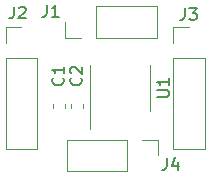
<source format=gbr>
%TF.GenerationSoftware,KiCad,Pcbnew,7.0.2-0*%
%TF.CreationDate,2024-02-15T18:07:51+00:00*%
%TF.ProjectId,rotor_test,726f746f-725f-4746-9573-742e6b696361,rev?*%
%TF.SameCoordinates,Original*%
%TF.FileFunction,Legend,Top*%
%TF.FilePolarity,Positive*%
%FSLAX46Y46*%
G04 Gerber Fmt 4.6, Leading zero omitted, Abs format (unit mm)*
G04 Created by KiCad (PCBNEW 7.0.2-0) date 2024-02-15 18:07:51*
%MOMM*%
%LPD*%
G01*
G04 APERTURE LIST*
%ADD10C,0.150000*%
%ADD11C,0.120000*%
G04 APERTURE END LIST*
D10*
%TO.C,C2*%
X65264380Y-53506666D02*
X65312000Y-53554285D01*
X65312000Y-53554285D02*
X65359619Y-53697142D01*
X65359619Y-53697142D02*
X65359619Y-53792380D01*
X65359619Y-53792380D02*
X65312000Y-53935237D01*
X65312000Y-53935237D02*
X65216761Y-54030475D01*
X65216761Y-54030475D02*
X65121523Y-54078094D01*
X65121523Y-54078094D02*
X64931047Y-54125713D01*
X64931047Y-54125713D02*
X64788190Y-54125713D01*
X64788190Y-54125713D02*
X64597714Y-54078094D01*
X64597714Y-54078094D02*
X64502476Y-54030475D01*
X64502476Y-54030475D02*
X64407238Y-53935237D01*
X64407238Y-53935237D02*
X64359619Y-53792380D01*
X64359619Y-53792380D02*
X64359619Y-53697142D01*
X64359619Y-53697142D02*
X64407238Y-53554285D01*
X64407238Y-53554285D02*
X64454857Y-53506666D01*
X64454857Y-53125713D02*
X64407238Y-53078094D01*
X64407238Y-53078094D02*
X64359619Y-52982856D01*
X64359619Y-52982856D02*
X64359619Y-52744761D01*
X64359619Y-52744761D02*
X64407238Y-52649523D01*
X64407238Y-52649523D02*
X64454857Y-52601904D01*
X64454857Y-52601904D02*
X64550095Y-52554285D01*
X64550095Y-52554285D02*
X64645333Y-52554285D01*
X64645333Y-52554285D02*
X64788190Y-52601904D01*
X64788190Y-52601904D02*
X65359619Y-53173332D01*
X65359619Y-53173332D02*
X65359619Y-52554285D01*
%TO.C,C1*%
X63740380Y-53506666D02*
X63788000Y-53554285D01*
X63788000Y-53554285D02*
X63835619Y-53697142D01*
X63835619Y-53697142D02*
X63835619Y-53792380D01*
X63835619Y-53792380D02*
X63788000Y-53935237D01*
X63788000Y-53935237D02*
X63692761Y-54030475D01*
X63692761Y-54030475D02*
X63597523Y-54078094D01*
X63597523Y-54078094D02*
X63407047Y-54125713D01*
X63407047Y-54125713D02*
X63264190Y-54125713D01*
X63264190Y-54125713D02*
X63073714Y-54078094D01*
X63073714Y-54078094D02*
X62978476Y-54030475D01*
X62978476Y-54030475D02*
X62883238Y-53935237D01*
X62883238Y-53935237D02*
X62835619Y-53792380D01*
X62835619Y-53792380D02*
X62835619Y-53697142D01*
X62835619Y-53697142D02*
X62883238Y-53554285D01*
X62883238Y-53554285D02*
X62930857Y-53506666D01*
X63835619Y-52554285D02*
X63835619Y-53125713D01*
X63835619Y-52839999D02*
X62835619Y-52839999D01*
X62835619Y-52839999D02*
X62978476Y-52935237D01*
X62978476Y-52935237D02*
X63073714Y-53030475D01*
X63073714Y-53030475D02*
X63121333Y-53125713D01*
%TO.C,J4*%
X72564666Y-60295619D02*
X72564666Y-61009904D01*
X72564666Y-61009904D02*
X72517047Y-61152761D01*
X72517047Y-61152761D02*
X72421809Y-61248000D01*
X72421809Y-61248000D02*
X72278952Y-61295619D01*
X72278952Y-61295619D02*
X72183714Y-61295619D01*
X73469428Y-60628952D02*
X73469428Y-61295619D01*
X73231333Y-60248000D02*
X72993238Y-60962285D01*
X72993238Y-60962285D02*
X73612285Y-60962285D01*
%TO.C,U1*%
X71725619Y-55117904D02*
X72535142Y-55117904D01*
X72535142Y-55117904D02*
X72630380Y-55070285D01*
X72630380Y-55070285D02*
X72678000Y-55022666D01*
X72678000Y-55022666D02*
X72725619Y-54927428D01*
X72725619Y-54927428D02*
X72725619Y-54736952D01*
X72725619Y-54736952D02*
X72678000Y-54641714D01*
X72678000Y-54641714D02*
X72630380Y-54594095D01*
X72630380Y-54594095D02*
X72535142Y-54546476D01*
X72535142Y-54546476D02*
X71725619Y-54546476D01*
X72725619Y-53546476D02*
X72725619Y-54117904D01*
X72725619Y-53832190D02*
X71725619Y-53832190D01*
X71725619Y-53832190D02*
X71868476Y-53927428D01*
X71868476Y-53927428D02*
X71963714Y-54022666D01*
X71963714Y-54022666D02*
X72011333Y-54117904D01*
%TO.C,J3*%
X74088666Y-47595619D02*
X74088666Y-48309904D01*
X74088666Y-48309904D02*
X74041047Y-48452761D01*
X74041047Y-48452761D02*
X73945809Y-48548000D01*
X73945809Y-48548000D02*
X73802952Y-48595619D01*
X73802952Y-48595619D02*
X73707714Y-48595619D01*
X74469619Y-47595619D02*
X75088666Y-47595619D01*
X75088666Y-47595619D02*
X74755333Y-47976571D01*
X74755333Y-47976571D02*
X74898190Y-47976571D01*
X74898190Y-47976571D02*
X74993428Y-48024190D01*
X74993428Y-48024190D02*
X75041047Y-48071809D01*
X75041047Y-48071809D02*
X75088666Y-48167047D01*
X75088666Y-48167047D02*
X75088666Y-48405142D01*
X75088666Y-48405142D02*
X75041047Y-48500380D01*
X75041047Y-48500380D02*
X74993428Y-48548000D01*
X74993428Y-48548000D02*
X74898190Y-48595619D01*
X74898190Y-48595619D02*
X74612476Y-48595619D01*
X74612476Y-48595619D02*
X74517238Y-48548000D01*
X74517238Y-48548000D02*
X74469619Y-48500380D01*
%TO.C,J2*%
X59610666Y-47468619D02*
X59610666Y-48182904D01*
X59610666Y-48182904D02*
X59563047Y-48325761D01*
X59563047Y-48325761D02*
X59467809Y-48421000D01*
X59467809Y-48421000D02*
X59324952Y-48468619D01*
X59324952Y-48468619D02*
X59229714Y-48468619D01*
X60039238Y-47563857D02*
X60086857Y-47516238D01*
X60086857Y-47516238D02*
X60182095Y-47468619D01*
X60182095Y-47468619D02*
X60420190Y-47468619D01*
X60420190Y-47468619D02*
X60515428Y-47516238D01*
X60515428Y-47516238D02*
X60563047Y-47563857D01*
X60563047Y-47563857D02*
X60610666Y-47659095D01*
X60610666Y-47659095D02*
X60610666Y-47754333D01*
X60610666Y-47754333D02*
X60563047Y-47897190D01*
X60563047Y-47897190D02*
X59991619Y-48468619D01*
X59991619Y-48468619D02*
X60610666Y-48468619D01*
%TO.C,J1*%
X62404666Y-47341619D02*
X62404666Y-48055904D01*
X62404666Y-48055904D02*
X62357047Y-48198761D01*
X62357047Y-48198761D02*
X62261809Y-48294000D01*
X62261809Y-48294000D02*
X62118952Y-48341619D01*
X62118952Y-48341619D02*
X62023714Y-48341619D01*
X63404666Y-48341619D02*
X62833238Y-48341619D01*
X63118952Y-48341619D02*
X63118952Y-47341619D01*
X63118952Y-47341619D02*
X63023714Y-47484476D01*
X63023714Y-47484476D02*
X62928476Y-47579714D01*
X62928476Y-47579714D02*
X62833238Y-47627333D01*
D11*
%TO.C,C2*%
X65432400Y-56020580D02*
X65432400Y-55739420D01*
X64412400Y-56020580D02*
X64412400Y-55739420D01*
%TO.C,C1*%
X63911000Y-56020580D02*
X63911000Y-55739420D01*
X62891000Y-56020580D02*
X62891000Y-55739420D01*
%TO.C,J4*%
X69215000Y-58741000D02*
X69215000Y-61401000D01*
X71815000Y-58741000D02*
X71815000Y-60071000D01*
X69215000Y-61401000D02*
X64075000Y-61401000D01*
X70485000Y-58741000D02*
X71815000Y-58741000D01*
X69215000Y-58741000D02*
X64075000Y-58741000D01*
X64075000Y-58741000D02*
X64075000Y-61401000D01*
%TO.C,U1*%
X71140000Y-54356000D02*
X71140000Y-56306000D01*
X66020000Y-54356000D02*
X66020000Y-57806000D01*
X71140000Y-54356000D02*
X71140000Y-52406000D01*
X66020000Y-54356000D02*
X66020000Y-52406000D01*
%TO.C,J3*%
X75752000Y-51826000D02*
X75752000Y-59506000D01*
X73092000Y-50556000D02*
X73092000Y-49226000D01*
X73092000Y-59506000D02*
X75752000Y-59506000D01*
X73092000Y-51826000D02*
X75752000Y-51826000D01*
X73092000Y-49226000D02*
X74422000Y-49226000D01*
X73092000Y-51826000D02*
X73092000Y-59506000D01*
%TO.C,J2*%
X61578800Y-51826000D02*
X61578800Y-59506000D01*
X58918800Y-50556000D02*
X58918800Y-49226000D01*
X58918800Y-59506000D02*
X61578800Y-59506000D01*
X58918800Y-51826000D02*
X61578800Y-51826000D01*
X58918800Y-49226000D02*
X60248800Y-49226000D01*
X58918800Y-51826000D02*
X58918800Y-59506000D01*
%TO.C,J1*%
X71688000Y-50098000D02*
X71688000Y-47438000D01*
X66548000Y-50098000D02*
X71688000Y-50098000D01*
X65278000Y-50098000D02*
X63948000Y-50098000D01*
X66548000Y-47438000D02*
X71688000Y-47438000D01*
X63948000Y-50098000D02*
X63948000Y-48768000D01*
X66548000Y-50098000D02*
X66548000Y-47438000D01*
%TD*%
M02*

</source>
